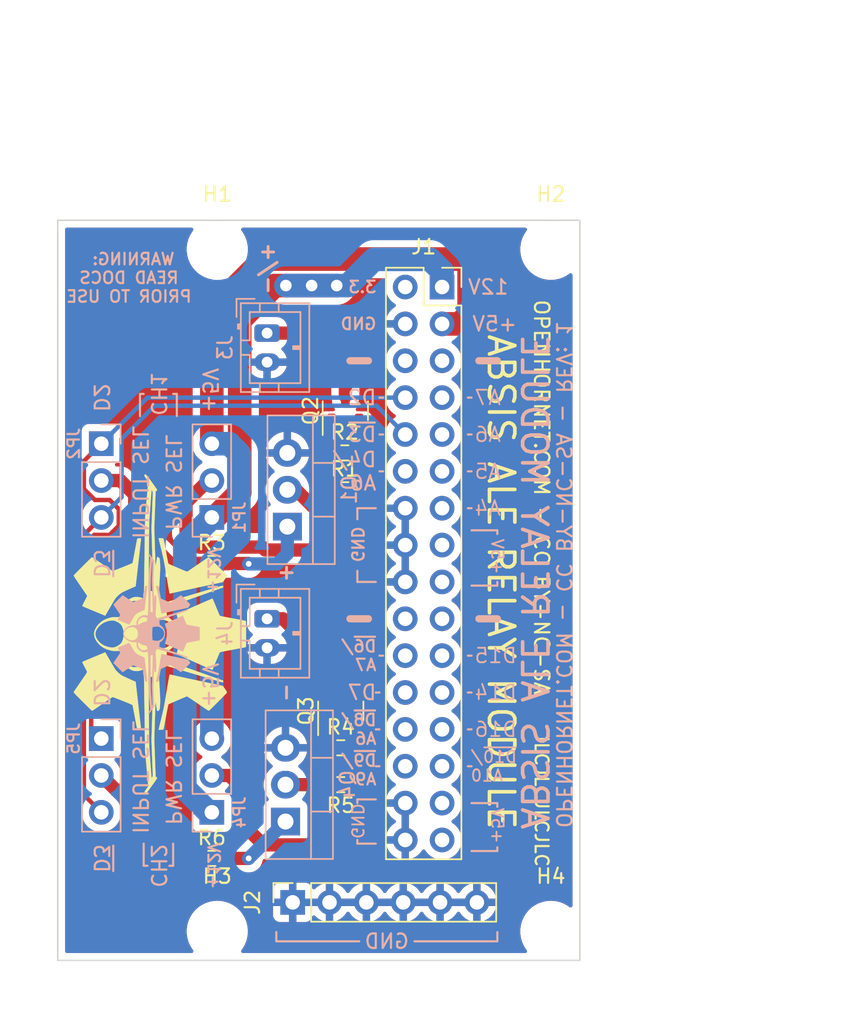
<source format=kicad_pcb>
(kicad_pcb (version 20211014) (generator pcbnew)
  (title_block (title "ABSIS ALE Relay Module") (date "2023-02-10") (rev "1") (company "www.openhornet.com") (comment 1 "License:  CC BY-NC-SA"))
  (layers (0 "F.Cu" mixed) (31 "B.Cu" mixed) (34 "B.Paste" user) (35 "F.Paste" user) (36 "B.SilkS" user "B.Silkscreen") (37 "F.SilkS" user "F.Silkscreen") (38 "B.Mask" user) (39 "F.Mask" user) (44 "Edge.Cuts" user))
  (net 0 "")
  (net 1 "GND")
  (net 2 "/A3")
  (net 3 "/A2")
  (net 4 "/A1")
  (net 5 "/A0")
  (net 6 "/+12V_SUPPLY")
  (net 7 "/+5V_SUPPLY")
  (net 8 "/+3.3V_SUPPLY")
  (net 9 "Net-(J1-Pad20)")
  (net 10 "Net-(J1-Pad19)")
  (net 11 "Net-(J1-Pad6)")
  (net 12 "Net-(J1-Pad5)")
  (net 13 "/CH1_OUT")
  (net 14 "/CH2_OUT")
  (net 15 "/CH1_V+")
  (net 16 "/CH2_V+")
  (net 17 "Net-(Q1-Pad2)")
  (net 18 "Net-(Q1-Pad1)")
  (net 19 "Net-(Q2-Pad1)")
  (net 20 "Net-(Q3-Pad1)")
  (net 21 "Net-(Q4-Pad2)")
  (net 22 "Net-(Q4-Pad1)")
  (net 23 "/CH1_CTRL")
  (net 24 "/CH2_CTRL")
  (net 25 "Net-(J1-Pad29)")
  (net 26 "Net-(J1-Pad15)")
  (net 27 "/~{D9_A9}")
  (net 28 "/~{D10_A10}")
  (net 29 "/~{D8_A6}")
  (net 30 "/D16")
  (net 31 "/D7")
  (net 32 "/D14")
  (net 33 "/~{D6_A7}")
  (net 34 "/D15")
  (net 35 "/D4_A6")
  (net 36 "/~{D3}")
  (net 37 "/D2")
  (net 38 "Net-(J1-Pad31)")
  (net 39 "Net-(J1-Pad17)")
  (footprint "OH_Footprints:PinSocket_1x06_P2.54mm_Vertical" (layer "F.Cu") (at 138.01 110.81 90)
    (fp_text reference "J2" (at 0 -2.77 -90) (layer "F.SilkS"))
    (fp_text value "GND")
    (pad "1" thru_hole rect locked (at 0 0 90) (size 1.7 1.7) (drill 1) (layers *.Cu *.Mask) (net 1 "GND"))
    (pad "2" thru_hole oval locked (at 0 2.54 90) (size 1.7 1.7) (drill 1) (layers *.Cu *.Mask) (net 1 "GND"))
    (pad "3" thru_hole oval locked (at 0 5.08 90) (size 1.7 1.7) (drill 1) (layers *.Cu *.Mask) (net 1 "GND"))
    (pad "4" thru_hole oval locked (at 0 7.62 90) (size 1.7 1.7) (drill 1) (layers *.Cu *.Mask) (net 1 "GND"))
    (pad "5" thru_hole oval locked (at 0 10.16 90) (size 1.7 1.7) (drill 1) (layers *.Cu *.Mask) (net 1 "GND"))
    (pad "6" thru_hole oval locked (at 0 12.7 90) (size 1.7 1.7) (drill 1) (layers *.Cu *.Mask) (net 1 "GND"))
  )
  (footprint "OH_Footprints:MountingHole_3.2mm_M3_DIN965" (layer "F.Cu") (at 155.81 65.81)
    (fp_text reference "H2" (at 0 -3.8) (layer "F.SilkS"))
    (fp_text value "MH")
    (pad "" np_thru_hole circle locked (at 0 0) (size 3.2 3.2) (drill 3.2) (layers *.Cu *.Mask))
  )
  (footprint "OH_Footprints:MountingHole_3.2mm_M3_DIN965" (layer "F.Cu") (at 132.81 112.81)
    (fp_text reference "H3" (at 0 -3.8) (layer "F.SilkS"))
    (fp_text value "MH")
    (pad "" np_thru_hole circle locked (at 0 0) (size 3.2 3.2) (drill 3.2) (layers *.Cu *.Mask))
  )
  (footprint "OH_Footprints:MountingHole_3.2mm_M3_DIN965" (layer "F.Cu") (at 155.81 112.81)
    (fp_text reference "H4" (at 0 -3.8) (layer "F.SilkS"))
    (fp_text value "MH")
    (pad "" np_thru_hole circle locked (at 0 0) (size 3.2 3.2) (drill 3.2) (layers *.Cu *.Mask))
  )
  (footprint "OH_Footprints:MountingHole_3.2mm_M3_DIN965" (layer "F.Cu") (at 132.81 65.81)
    (fp_text reference "H1" (at 0 -3.8) (layer "F.SilkS"))
    (fp_text value "MH")
    (pad "" np_thru_hole circle locked (at 0 0) (size 3.2 3.2) (drill 3.2) (layers *.Cu *.Mask))
  )
  (footprint "OH_Footprints:PinSocket_2x16_P2.54mm_Vertical" (layer "F.Cu") (at 148.31 68.41)
    (fp_text reference "J1" (at -1.27 -2.77) (layer "F.SilkS"))
    (fp_text value "THRU")
    (pad "1" thru_hole rect locked (at 0 0) (size 1.7 1.7) (drill 1) (layers *.Cu *.Mask) (net 6 "/+12V_SUPPLY"))
    (pad "2" thru_hole oval locked (at -2.54 0) (size 1.7 1.7) (drill 1) (layers *.Cu *.Mask) (net 8 "/+3.3V_SUPPLY"))
    (pad "3" thru_hole oval locked (at 0 2.54) (size 1.7 1.7) (drill 1) (layers *.Cu *.Mask) (net 7 "/+5V_SUPPLY"))
    (pad "4" thru_hole oval locked (at -2.54 2.54) (size 1.7 1.7) (drill 1) (layers *.Cu *.Mask) (net 1 "GND"))
    (pad "5" thru_hole oval locked (at 0 5.08) (size 1.7 1.7) (drill 1) (layers *.Cu *.Mask) (net 12 "Net-(J1-Pad5)"))
    (pad "6" thru_hole oval locked (at -2.54 5.08) (size 1.7 1.7) (drill 1) (layers *.Cu *.Mask) (net 11 "Net-(J1-Pad6)"))
    (pad "7" thru_hole oval locked (at 0 7.62) (size 1.7 1.7) (drill 1) (layers *.Cu *.Mask) (net 2 "/A3"))
    (pad "8" thru_hole oval locked (at -2.54 7.62) (size 1.7 1.7) (drill 1) (layers *.Cu *.Mask) (net 37 "/D2"))
    (pad "9" thru_hole oval locked (at 0 10.16) (size 1.7 1.7) (drill 1) (layers *.Cu *.Mask) (net 3 "/A2"))
    (pad "10" thru_hole oval locked (at -2.54 10.16) (size 1.7 1.7) (drill 1) (layers *.Cu *.Mask) (net 36 "/~{D3}"))
    (pad "11" thru_hole oval locked (at 0 12.7) (size 1.7 1.7) (drill 1) (layers *.Cu *.Mask) (net 4 "/A1"))
    (pad "12" thru_hole oval locked (at -2.54 12.7) (size 1.7 1.7) (drill 1) (layers *.Cu *.Mask) (net 35 "/D4_A6"))
    (pad "13" thru_hole oval locked (at 0 15.24) (size 1.7 1.7) (drill 1) (layers *.Cu *.Mask) (net 5 "/A0"))
    (pad "14" thru_hole oval locked (at -2.54 15.24) (size 1.7 1.7) (drill 1) (layers *.Cu *.Mask) (net 1 "GND"))
    (pad "15" thru_hole oval locked (at 0 17.78) (size 1.7 1.7) (drill 1) (layers *.Cu *.Mask) (net 26 "Net-(J1-Pad15)"))
    (pad "16" thru_hole oval locked (at -2.54 17.78) (size 1.7 1.7) (drill 1) (layers *.Cu *.Mask) (net 1 "GND"))
    (pad "17" thru_hole oval locked (at 0 20.32) (size 1.7 1.7) (drill 1) (layers *.Cu *.Mask) (net 39 "Net-(J1-Pad17)"))
    (pad "18" thru_hole oval locked (at -2.54 20.32) (size 1.7 1.7) (drill 1) (layers *.Cu *.Mask) (net 1 "GND"))
    (pad "19" thru_hole oval locked (at 0 22.86) (size 1.7 1.7) (drill 1) (layers *.Cu *.Mask) (net 10 "Net-(J1-Pad19)"))
    (pad "20" thru_hole oval locked (at -2.54 22.86) (size 1.7 1.7) (drill 1) (layers *.Cu *.Mask) (net 9 "Net-(J1-Pad20)"))
    (pad "21" thru_hole oval locked (at 0 25.4) (size 1.7 1.7) (drill 1) (layers *.Cu *.Mask) (net 34 "/D15"))
    (pad "22" thru_hole oval locked (at -2.54 25.4) (size 1.7 1.7) (drill 1) (layers *.Cu *.Mask) (net 33 "/~{D6_A7}"))
    (pad "23" thru_hole oval locked (at 0 27.94) (size 1.7 1.7) (drill 1) (layers *.Cu *.Mask) (net 32 "/D14"))
    (pad "24" thru_hole oval locked (at -2.54 27.94) (size 1.7 1.7) (drill 1) (layers *.Cu *.Mask) (net 31 "/D7"))
    (pad "25" thru_hole oval locked (at 0 30.48) (size 1.7 1.7) (drill 1) (layers *.Cu *.Mask) (net 30 "/D16"))
    (pad "26" thru_hole oval locked (at -2.54 30.48) (size 1.7 1.7) (drill 1) (layers *.Cu *.Mask) (net 29 "/~{D8_A6}"))
    (pad "27" thru_hole oval locked (at 0 33.02) (size 1.7 1.7) (drill 1) (layers *.Cu *.Mask) (net 28 "/~{D10_A10}"))
    (pad "28" thru_hole oval locked (at -2.54 33.02) (size 1.7 1.7) (drill 1) (layers *.Cu *.Mask) (net 27 "/~{D9_A9}"))
    (pad "29" thru_hole oval locked (at 0 35.56) (size 1.7 1.7) (drill 1) (layers *.Cu *.Mask) (net 25 "Net-(J1-Pad29)"))
    (pad "30" thru_hole oval locked (at -2.54 35.56) (size 1.7 1.7) (drill 1) (layers *.Cu *.Mask) (net 1 "GND"))
    (pad "31" thru_hole oval locked (at 0 38.1) (size 1.7 1.7) (drill 1) (layers *.Cu *.Mask) (net 38 "Net-(J1-Pad31)"))
    (pad "32" thru_hole oval locked (at -2.54 38.1) (size 1.7 1.7) (drill 1) (layers *.Cu *.Mask) (net 1 "GND"))
  )
  (footprint "OH_Footprints:SOT-23" (layer "F.Cu") (at 141.64 76.935 90)
    (fp_text reference "Q2" (at 0 -2.4 90) (layer "F.SilkS"))
    (fp_text value "IRLML6402TRPBF")
    (pad "1" smd roundrect (at -0.9375 -0.95 90) (size 1.475 0.6) (layers "F.Cu" "F.Paste" "F.Mask") (net 19 "Net-(Q2-Pad1)"))
    (pad "2" smd roundrect (at -0.9375 0.95 90) (size 1.475 0.6) (layers "F.Cu" "F.Paste" "F.Mask") (net 15 "/CH1_V+"))
    (pad "3" smd roundrect (at 0.9375 0 90) (size 1.475 0.6) (layers "F.Cu" "F.Paste" "F.Mask") (net 13 "/CH1_OUT"))
  )
  (footprint "OH_Footprints:SOT-23" (layer "F.Cu") (at 141.325 97.62 90)
    (fp_text reference "Q3" (at 0 -2.4 90) (layer "F.SilkS"))
    (fp_text value "IRLML6402TRPBF")
    (pad "1" smd roundrect (at -0.9375 -0.95 90) (size 1.475 0.6) (layers "F.Cu" "F.Paste" "F.Mask") (net 20 "Net-(Q3-Pad1)"))
    (pad "2" smd roundrect (at -0.9375 0.95 90) (size 1.475 0.6) (layers "F.Cu" "F.Paste" "F.Mask") (net 16 "/CH2_V+"))
    (pad "3" smd roundrect (at 0.9375 0 90) (size 1.475 0.6) (layers "F.Cu" "F.Paste" "F.Mask") (net 14 "/CH2_OUT"))
  )
  (footprint "OH_Footprints:R_0603_1608Metric_Pad0.98x0.95mm_HandSolder" (layer "F.Cu") (at 141.6025 82.38)
    (fp_text reference "R1" (at 0 -1.43) (layer "F.SilkS"))
    (fp_text value "10K")
    (pad "1" smd roundrect (at -0.9125 0) (size 0.975 0.95) (layers "F.Cu" "F.Paste" "F.Mask") (net 19 "Net-(Q2-Pad1)"))
    (pad "2" smd roundrect (at 0.9125 0) (size 0.975 0.95) (layers "F.Cu" "F.Paste" "F.Mask") (net 17 "Net-(Q1-Pad2)"))
  )
  (footprint "OH_Footprints:R_0603_1608Metric_Pad0.98x0.95mm_HandSolder" (layer "F.Cu") (at 141.6025 79.84)
    (fp_text reference "R2" (at 0 -1.43) (layer "F.SilkS"))
    (fp_text value "10K")
    (pad "1" smd roundrect (at -0.9125 0) (size 0.975 0.95) (layers "F.Cu" "F.Paste" "F.Mask") (net 19 "Net-(Q2-Pad1)"))
    (pad "2" smd roundrect (at 0.9125 0) (size 0.975 0.95) (layers "F.Cu" "F.Paste" "F.Mask") (net 15 "/CH1_V+"))
  )
  (footprint "OH_Footprints:R_0603_1608Metric_Pad0.98x0.95mm_HandSolder" (layer "F.Cu") (at 132.435 87.46)
    (fp_text reference "R3" (at 0 -1.43) (layer "F.SilkS"))
    (fp_text value "10K")
    (pad "1" smd roundrect (at -0.9125 0) (size 0.975 0.95) (layers "F.Cu" "F.Paste" "F.Mask") (net 23 "/CH1_CTRL"))
    (pad "2" smd roundrect (at 0.9125 0) (size 0.975 0.95) (layers "F.Cu" "F.Paste" "F.Mask") (net 18 "Net-(Q1-Pad1)"))
  )
  (footprint "OH_Footprints:R_0603_1608Metric_Pad0.98x0.95mm_HandSolder" (layer "F.Cu") (at 141.325 102.7 180)
    (fp_text reference "R5" (at 0 -1.43 180) (layer "F.SilkS"))
    (fp_text value "10K")
    (pad "1" smd roundrect (at -0.9125 0 180) (size 0.975 0.95) (layers "F.Cu" "F.Paste" "F.Mask") (net 20 "Net-(Q3-Pad1)"))
    (pad "2" smd roundrect (at 0.9125 0 180) (size 0.975 0.95) (layers "F.Cu" "F.Paste" "F.Mask") (net 21 "Net-(Q4-Pad2)"))
  )
  (footprint "OH_Footprints:R_0603_1608Metric_Pad0.98x0.95mm_HandSolder" (layer "F.Cu") (at 141.325 100.16)
    (fp_text reference "R4" (at 0 -1.43) (layer "F.SilkS"))
    (fp_text value "10K")
    (pad "1" smd roundrect (at -0.9125 0) (size 0.975 0.95) (layers "F.Cu" "F.Paste" "F.Mask") (net 20 "Net-(Q3-Pad1)"))
    (pad "2" smd roundrect (at 0.9125 0) (size 0.975 0.95) (layers "F.Cu" "F.Paste" "F.Mask") (net 16 "/CH2_V+"))
  )
  (footprint "OH_Footprints:R_0603_1608Metric_Pad0.98x0.95mm_HandSolder" (layer "F.Cu") (at 132.435 107.78)
    (fp_text reference "R6" (at 0 -1.43) (layer "F.SilkS"))
    (fp_text value "10K")
    (pad "1" smd roundrect (at -0.9125 0) (size 0.975 0.95) (layers "F.Cu" "F.Paste" "F.Mask") (net 24 "/CH2_CTRL"))
    (pad "2" smd roundrect (at 0.9125 0) (size 0.975 0.95) (layers "F.Cu" "F.Paste" "F.Mask") (net 22 "Net-(Q4-Pad1)"))
  )
  (footprint "OH_Footprints:OH_LOGO_ONLY_22mm_12mm" (layer "F.Cu") (at 128.752 92.286 -90)
    (fp_text reference "LOGO1" hide)
    (fp_text value "OpenHornetLogoSmall" hide)
  )
  (footprint "OH_Footprints:JST_PH_B2B-PH-K_1x02_P2.00mm_Vertical" (layer "B.Cu") (at 136.245 71.585 -90)
    (fp_text reference "J3" (at 1 2.9 90) (layer "B.SilkS") (effects (justify mirror)))
    (fp_text value "CH1 OUT")
    (pad "1" thru_hole roundrect (at 0 0 270) (size 1.2 1.75) (drill 0.75) (layers *.Cu *.Mask) (roundrect_rratio 0.208333) (net 13 "/CH1_OUT"))
    (pad "2" thru_hole oval (at 2 0 270) (size 1.2 1.75) (drill 0.75) (layers *.Cu *.Mask) (net 1 "GND"))
  )
  (footprint "OH_Footprints:JST_PH_B2B-PH-K_1x02_P2.00mm_Vertical" (layer "B.Cu") (at 136.245 91.27 -90)
    (fp_text reference "J4" (at 1 2.9 90) (layer "B.SilkS") (effects (justify mirror)))
    (fp_text value "CH2 OUT")
    (pad "1" thru_hole roundrect (at 0 0 270) (size 1.2 1.75) (drill 0.75) (layers *.Cu *.Mask) (roundrect_rratio 0.208333) (net 14 "/CH2_OUT"))
    (pad "2" thru_hole oval (at 2 0 270) (size 1.2 1.75) (drill 0.75) (layers *.Cu *.Mask) (net 1 "GND"))
  )
  (footprint "OH_Footprints:TO-220-3_Vertical" (layer "B.Cu") (at 137.642 84.92 90)
    (fp_text reference "Q1" (at 2.54 4.27 270) (layer "B.SilkS") (effects (justify mirror)))
    (fp_text value "IRFB3206PBF")
    (pad "1" thru_hole rect (at 0 0 90) (size 1.905 2) (drill 1.1) (layers *.Cu *.Mask) (net 18 "Net-(Q1-Pad1)"))
    (pad "2" thru_hole oval (at 2.54 0 90) (size 1.905 2) (drill 1.1) (layers *.Cu *.Mask) (net 17 "Net-(Q1-Pad2)"))
    (pad "3" thru_hole oval (at 5.08 0 90) (size 1.905 2) (drill 1.1) (layers *.Cu *.Mask) (net 1 "GND"))
  )
  (footprint "OH_Footprints:TO-220-3_Vertical" (layer "B.Cu") (at 137.515 105.24 90)
    (fp_text reference "Q4" (at 2.54 4.27 270) (layer "B.SilkS") (effects (justify mirror)))
    (fp_text value "IRFB3206PBF")
    (pad "1" thru_hole rect (at 0 0 90) (size 1.905 2) (drill 1.1) (layers *.Cu *.Mask) (net 22 "Net-(Q4-Pad1)"))
    (pad "2" thru_hole oval (at 2.54 0 90) (size 1.905 2) (drill 1.1) (layers *.Cu *.Mask) (net 21 "Net-(Q4-Pad2)"))
    (pad "3" thru_hole oval (at 5.08 0 90) (size 1.905 2) (drill 1.1) (layers *.Cu *.Mask) (net 1 "GND"))
  )
  (footprint "OH_Footprints:PinHeader_1x03_P2.54mm_Vertical" (layer "B.Cu") (at 132.435 84.285)
    (fp_text reference "JP1" (at 1.905 0 270) (layer "B.SilkS") (effects (font (size 0.8 0.8)) (justify mirror)))
    (fp_text value "CH1 PWR SEL")
    (pad "1" thru_hole rect (at 0 0) (size 1.7 1.7) (drill 1) (layers *.Cu *.Mask) (net 6 "/+12V_SUPPLY"))
    (pad "2" thru_hole oval (at 0 -2.54) (size 1.7 1.7) (drill 1) (layers *.Cu *.Mask) (net 15 "/CH1_V+"))
    (pad "3" thru_hole oval (at 0 -5.08) (size 1.7 1.7) (drill 1) (layers *.Cu *.Mask) (net 7 "/+5V_SUPPLY"))
  )
  (footprint "OH_Footprints:PinHeader_1x03_P2.54mm_Vertical" (layer "B.Cu") (at 124.815 79.205 180)
    (fp_text reference "JP2" (at 1.905 0 90) (layer "B.SilkS") (effects (font (size 0.8 0.8)) (justify mirror)))
    (fp_text value "CH1 SEL A")
    (pad "1" thru_hole rect (at 0 0 180) (size 1.7 1.7) (drill 1) (layers *.Cu *.Mask) (net 37 "/D2"))
    (pad "2" thru_hole oval (at 0 -2.54 180) (size 1.7 1.7) (drill 1) (layers *.Cu *.Mask) (net 23 "/CH1_CTRL"))
    (pad "3" thru_hole oval (at 0 -5.08 180) (size 1.7 1.7) (drill 1) (layers *.Cu *.Mask) (net 36 "/~{D3}"))
  )
  (footprint "OH_Footprints:PinHeader_1x03_P2.54mm_Vertical" (layer "B.Cu") (at 124.815 99.525 180)
    (fp_text reference "JP5" (at 1.905 0 90) (layer "B.SilkS") (effects (font (size 0.8 0.8)) (justify mirror)))
    (fp_text value "CH2 SEL A")
    (pad "1" thru_hole rect (at 0 0 180) (size 1.7 1.7) (drill 1) (layers *.Cu *.Mask) (net 37 "/D2"))
    (pad "2" thru_hole oval (at 0 -2.54 180) (size 1.7 1.7) (drill 1) (layers *.Cu *.Mask) (net 24 "/CH2_CTRL"))
    (pad "3" thru_hole oval (at 0 -5.08 180) (size 1.7 1.7) (drill 1) (layers *.Cu *.Mask) (net 36 "/~{D3}"))
  )
  (footprint "OH_Footprints:PinHeader_1x03_P2.54mm_Vertical" (layer "B.Cu") (at 132.435 104.605)
    (fp_text reference "JP4" (at 1.905 0 270) (layer "B.SilkS") (effects (font (size 0.8 0.8)) (justify mirror)))
    (fp_text value "CH2 PWR SEL")
    (pad "1" thru_hole rect (at 0 0) (size 1.7 1.7) (drill 1) (layers *.Cu *.Mask) (net 6 "/+12V_SUPPLY"))
    (pad "2" thru_hole oval (at 0 -2.54) (size 1.7 1.7) (drill 1) (layers *.Cu *.Mask) (net 16 "/CH2_V+"))
    (pad "3" thru_hole oval (at 0 -5.08) (size 1.7 1.7) (drill 1) (layers *.Cu *.Mask) (net 7 "/+5V_SUPPLY"))
  )
  (footprint "OH_Footprints:OH_LOGO_ONLY_11x6mm" (layer "B.Cu") (at 128.498 92.286 90)
    (fp_text reference "LOGO1" hide)
    (fp_text value "OpenHornetLogoSmall" hide)
  )
  (gr_line (start 141.96 91.27) (end 143.23 91.27) (layer "B.SilkS") (width 0.5))
  (gr_line (start 141.96 73.49) (end 143.23 73.49) (layer "B.SilkS") (width 0.5))
  (gr_line (start 150.85 73.49) (end 152.12 73.49) (layer "B.SilkS") (width 0.5))
  (gr_line (start 143.992 76.03) (end 144.246 76.03) (layer "B.SilkS") (width 0.15))
  (gr_line (start 143.992 96.35) (end 143.738 96.35) (layer "B.SilkS") (width 0.15))
  (gr_line (start 142.468 87.968) (end 142.468 88.73) (layer "B.SilkS") (width 0.15))
  (gr_line (start 150.342 101.43) (end 150.088 101.43) (layer "B.SilkS") (width 0.15))
  (gr_line (start 152.12 113.495) (end 152.12 112.86) (layer "B.SilkS") (width 0.15))
  (gr_line (start 146.405 113.495) (end 152.12 113.495) (layer "B.SilkS") (width 0.15))
  (gr_line (start 142.468 103.716) (end 143.738 103.716) (layer "B.SilkS") (width 0.15))
  (gr_line (start 150.342 83.65) (end 150.088 83.65) (layer "B.SilkS") (width 0.15))
  (gr_line (start 129.768 75.776) (end 130.022 75.776) (layer "B.SilkS") (width 0.15))
  (gr_line (start 152.12 88.73) (end 152.12 88.984) (layer "B.SilkS") (width 0.15))
  (gr_line (start 142.468 103.97) (end 142.468 103.716) (layer "B.SilkS") (width 0.15))
  (gr_line (start 150.342 81.11) (end 150.088 81.11) (layer "B.SilkS") (width 0.15))
  (gr_line (start 143.992 98.89) (end 143.738 98.89) (layer "B.SilkS") (width 0.15))
  (gr_line (start 152.12 103.97) (end 150.342 103.97) (layer "B.SilkS") (width 0.15))
  (gr_line (start 127.482 75.776) (end 127.482 77.3) (layer "B.SilkS") (width 0.15))
  (gr_line (start 143.992 93.81) (end 144.246 93.81) (layer "B.SilkS") (width 0.15))
  (gr_line (start 127.99 108.288) (end 127.736 108.288) (layer "B.SilkS") (width 0.15))
  (gr_line (start 150.342 96.35) (end 150.088 96.35) (layer "B.SilkS") (width 0.15))
  (gr_line (start 150.85 91.27) (end 152.12 91.27) (layer "B.SilkS") (width 0.5))
  (gr_line (start 129.768 108.288) (end 129.768 106.764) (layer "B.SilkS") (width 0.15))
  (gr_line (start 129.514 108.288) (end 129.768 108.288) (layer "B.SilkS") (width 0.15))
  (gr_line (start 142.468 84.412) (end 142.468 83.65) (layer "B.SilkS") (width 0.15))
  (gr_line (start 152.12 88.984) (end 150.342 88.984) (layer "B.SilkS") (width 0.15))
  (gr_line (start 130.022 75.776) (end 130.022 77.3) (layer "B.SilkS") (width 0.15))
  (gr_line (start 152.12 85.428) (end 152.12 85.174) (layer "B.SilkS") (width 0.15))
  (gr_line (start 150.342 78.57) (end 150.088 78.57) (layer "B.SilkS") (width 0.15))
  (gr_line (start 136.88 113.495) (end 136.88 112.86) (layer "B.SilkS") (width 0.15))
  (gr_line (start 127.736 75.776) (end 127.482 75.776) (layer "B.SilkS") (width 0.15))
  (gr_line (start 142.595 113.495) (end 136.88 113.495) (layer "B.SilkS") (width 0.15))
  (gr_line (start 142.468 106.51) (end 142.468 106.764) (layer "B.SilkS") (width 0.15))
  (gr_line (start 152.12 107.272) (end 150.342 107.272) (layer "B.SilkS") (width 0.15))
  (gr_line (start 152.12 85.174) (end 150.342 85.174) (layer "B.SilkS") (width 0.15))
  (gr_line (start 144.246 81.11) (end 143.992 81.11) (layer "B.SilkS") (width 0.15))
  (gr_line (start 152.12 107.018) (end 152.12 107.272) (layer "B.SilkS") (width 0.15))
  (gr_line (start 142.468 88.73) (end 143.738 88.73) (layer "B.SilkS") (width 0.15))
  (gr_line (start 142.468 106.764) (end 143.738 106.764) (layer "B.SilkS") (width 0.15))
  (gr_line (start 150.342 93.81) (end 150.088 93.81) (layer "B.SilkS") (width 0.15))
  (gr_line (start 127.736 108.288) (end 127.736 106.764) (layer "B.SilkS") (width 0.15))
  (gr_line (start 143.738 101.43) (end 143.992 101.43) (layer "B.SilkS") (width 0.15))
  (gr_line (start 150.342 76.03) (end 150.088 76.03) (layer "B.SilkS") (width 0.15))
  (gr_line (start 142.468 83.65) (end 143.738 83.65) (layer "B.SilkS") (width 0.15))
  (gr_line (start 143.992 78.57) (end 144.246 78.57) (layer "B.SilkS") (width 0.15))
  (gr_line (start 152.12 104.224) (end 152.12 103.97) (layer "B.SilkS") (width 0.15))
  (gr_line (start 150.342 98.89) (end 150.088 98.89) (layer "B.SilkS") (width 0.15))
  (gr_line (start 157.81 114.81) (end 157.81 63.81) (layer "Edge.Cuts") (width 0.1))
  (gr_line (start 121.81 114.81) (end 157.81 114.81) (layer "Edge.Cuts") (width 0.1))
  (gr_line (start 157.81 63.81) (end 121.81 63.81) (layer "Edge.Cuts") (width 0.1))
  (gr_line (start 121.81 63.81) (end 121.81 114.81) (layer "Edge.Cuts") (width 0.1))
  (gr_text "D15" (at 150.469 93.81) (layer "B.SilkS") (effects (font (size 1 1) (thickness 0.125)) (justify right mirror)))
  (gr_text "A7" (at 150.469 76.03) (layer "B.SilkS") (effects (font (size 1 1) (thickness 0.125)) (justify right mirror)))
  (gr_text "D14" (at 150.469 96.35) (layer "B.SilkS") (effects (font (size 1 1) (thickness 0.125)) (justify right mirror)))
  (gr_text "A6" (at 150.469 78.57) (layer "B.SilkS") (effects (font (size 1 1) (thickness 0.125)) (justify right mirror)))
  (gr_text "D16" (at 150.469 98.89) (layer "B.SilkS") (effects (font (size 1 1) (thickness 0.125)) (justify right mirror)))
  (gr_text "A5" (at 150.469 81.11) (layer "B.SilkS") (effects (font (size 1 1) (thickness 0.125)) (justify right mirror)))
  (gr_text "~{D10}/\nA10" (at 150.215 101.43) (layer "B.SilkS") (effects (font (size 0.8 0.8) (thickness 0.125)) (justify right mirror)))
  (gr_text "A4" (at 150.469 83.65) (layer "B.SilkS") (effects (font (size 1 1) (thickness 0.125)) (justify right mirror)))
  (gr_text "D2" (at 143.865 76.03) (layer "B.SilkS") (effects (font (size 1 1)) (justify left mirror)))
  (gr_text "D7" (at 143.865 96.35) (layer "B.SilkS") (effects (font (size 1 1)) (justify left mirror)))
  (gr_text "~{D3}" (at 143.865 78.57) (layer "B.SilkS") (effects (font (size 1 1)) (justify left mirror)))
  (gr_text "~{D8}/\nA6" (at 143.865 98.89) (layer "B.SilkS") (effects (font (size 0.8 0.8)) (justify left mirror)))
  (gr_text "D4/\nA6" (at 143.865 81.11) (layer "B.SilkS") (effects (font (size 1 1)) (justify left mirror)))
  (gr_text "~{D9}/\nA9" (at 143.865 101.684) (layer "B.SilkS") (effects (font (size 0.8 0.8)) (justify left mirror)))
  (gr_text "GND" (at 142.468 87.46 -90) (layer "B.SilkS") (effects (font (size 0.8 0.8)) (justify left mirror)))
  (gr_text "GND" (at 143.865 70.95) (layer "B.SilkS") (effects (font (size 0.8 0.8)) (justify left mirror)))
  (gr_text "3.3" (at 143.865 68.41) (layer "B.SilkS") (effects (font (size 0.8 0.8)) (justify left mirror)))
  (gr_text "ABSIS ALE RELAY MODULE" (at 154.66 88.73 -90) (layer "B.SilkS") (effects (font (size 1.75 1.75) (thickness 0.25)) (justify mirror)))
  (gr_text "+5V" (at 150.31 70.95) (layer "B.SilkS") (effects (font (size 1 1)) (justify right mirror)))
  (gr_text "+5V" (at 152.12 104.224 -90) (layer "B.SilkS") (effects (font (size 0.8 0.8) (thickness 0.125)) (justify right mirror)))
  (gr_text "GND" (at 142.468 106.51 270) (layer "B.SilkS") (effects (font (size 0.8 0.8) (thickness 0.125)) (justify left mirror)))
  (gr_text "~{D3}" (at 124.815 107.78 270) (layer "B.SilkS") (effects (font (size 1 1)) (justify mirror)))
  (gr_text "+5V" (at 132.308 95.842 270) (layer "B.SilkS") (effects (font (size 1 1)) (justify mirror)))
  (gr_text "+12V" (at 132.562 108.288 270) (layer "B.SilkS") (effects (font (size 0.8 0.8)) (justify mirror)))
  (gr_text "+" (at 137.515 88.095 90) (layer "B.SilkS") (effects (font (size 1 1) (thickness 0.2)) (justify mirror)))
  (gr_text "-" (at 137.515 96.35 90) (layer "B.SilkS") (effects (font (size 1 1) (thickness 0.2)) (justify mirror)))
  (gr_text "+12V" (at 132.562 87.968 270) (layer "B.SilkS") (effects (font (size 0.8 0.8)) (justify mirror)))
  (gr_text "+5V" (at 132.308 75.522 270) (layer "B.SilkS") (effects (font (size 1 1)) (justify mirror)))
  (gr_text "PWR SEL" (at 129.768 81.872 -90) (layer "B.SilkS") (effects (font (size 1 1)) (justify mirror)))
  (gr_text "D2" (at 124.815 76.03 270) (layer "B.SilkS") (effects (font (size 1 1)) (justify mirror)))
  (gr_text "~{D3}" (at 124.815 87.46 270) (layer "B.SilkS") (effects (font (size 1 1)) (justify mirror)))
  (gr_text "INPUT SEL" (at 127.482 81.872 -90) (layer "B.SilkS") (effects (font (size 1 1)) (justify mirror)))
  (gr_text "CH1" (at 128.752 75.776 270) (layer "B.SilkS") (effects (font (size 1 1)) (justify mirror)))
  (gr_text "CH2" (at 128.752 108.288 270) (layer "B.SilkS") (effects (font (size 1 1)) (justify mirror)))
  (gr_text "PWR SEL" (at 129.768 102.192 -90) (layer "B.SilkS") (effects (font (size 1 1)) (justify mirror)))
  (gr_text "12V" (at 151.485 68.41) (layer "B.SilkS") (effects (font (size 1 1)) (justify mirror)))
  (gr_text "OPENHORNET.COM - CC BY-NC-SA - REV: 1" (at 156.692 88.222 -90) (layer "B.SilkS") (effects (font (size 1 1)) (justify mirror)))
  (gr_text "+5V" (at 152.12 85.682 270) (layer "B.SilkS") (effects (font (size 0.8 0.8) (thickness 0.125)) (justify right mirror)))
  (gr_text "~{D6}/\nA7" (at 143.865 93.81) (layer "B.SilkS") (effects (font (size 0.8 0.8)) (justify left mirror)))
  (gr_text "+/-" (at 136.245 67.14 90) (layer "B.SilkS") (effects (font (size 1 1) (thickness 0.2)) (justify mirror)))
  (gr_text "INPUT SEL" (at 127.482 102.192 -90) (layer "B.SilkS") (effects (font (size 1 1)) (justify mirror)))
  (gr_text "WARNING: \nREAD DOCS\nPRIOR TO USE" (at 126.72 67.775) (layer "B.SilkS") (effects (font (size 0.8 0.8)) (justify mirror)))
  (gr_text "GND" (at 144.5 113.495) (layer "B.SilkS") (effects (font (size 1 1)) (justify mirror)))
  (gr_text "D2" (at 124.815 96.35 270) (layer "B.SilkS") (effects (font (size 1 1)) (justify mirror)))
  (gr_text "OPENHORNET.COM - CC BY-NC-SA" (at 155.168 82.888 270) (layer "F.SilkS") (effects (font (size 1 1))))
  (gr_text "ABSIS ALE RELAY MODULE" (at 152.374 88.73 -90) (layer "F.SilkS") (effects (font (size 1.75 1.75) (thickness 0.25))))
  (gr_text "JLCJLCJLCJLC" (at 155.168 103.716 270) (layer "F.SilkS") (effects (font (size 0.9 0.9))))
  (segment (start 141.0456 68.3084) (end 141.0456 68.3084) (width 1.6256) (layer "F.Cu") (net 6))
  (segment (start 139.3184 68.3084) (end 141.0456 68.3084) (width 1.6256) (layer "F.Cu") (net 6))
  (segment (start 137.5404 68.3084) (end 139.3184 68.3084) (width 1.6256) (layer "F.Cu") (net 6))
  (segment (start 136.760714 68.3084) (end 137.5404 68.3084) (width 1.6256) (layer "F.Cu") (net 6))
  (segment (start 134.35719 82.579756) (end 134.35719 70.711924) (width 1.6256) (layer "F.Cu") (net 6))
  (segment (start 132.651946 84.285) (end 134.35719 82.579756) (width 1.6256) (layer "F.Cu") (net 6))
  (segment (start 134.35719 70.711924) (end 136.760714 68.3084) (width 1.6256) (layer "F.Cu") (net 6))
  (segment (start 132.435 84.285) (end 132.651946 84.285) (width 1.6256) (layer "F.Cu") (net 6))
  (via (at 137.5404 68.3084) (size 1.5) (drill 0.8) (layers "F.Cu" "B.Cu") (net 6))
  (via (at 139.3184 68.3084) (size 1.5) (drill 0.8) (layers "F.Cu" "B.Cu") (net 6))
  (via (at 141.0456 68.3084) (size 1.5) (drill 0.8) (layers "F.Cu" "B.Cu") (net 6))
  (segment (start 130.572199 86.147801) (end 130.572199 102.959145) (width 1.6256) (layer "B.Cu") (net 6))
  (segment (start 132.435 84.285) (end 130.572199 86.147801) (width 1.6256) (layer "B.Cu") (net 6))
  (segment (start 141.8076 68.3084) (end 143.611 66.505) (width 1.6256) (layer "B.Cu") (net 6))
  (segment (start 137.5404 68.3084) (end 141.8076 68.3084) (width 1.6256) (layer "B.Cu") (net 6))
  (segment (start 147.4972 66.505) (end 148.31 67.3178) (width 1.6256) (layer "B.Cu") (net 6))
  (segment (start 143.611 66.505) (end 147.4972 66.505) (width 1.6256) (layer "B.Cu") (net 6))
  (segment (start 148.31 67.3178) (end 148.31 68.41) (width 1.6256) (layer "B.Cu") (net 6))
  (segment (start 132.218054 104.605) (end 132.435 104.605) (width 1.6256) (layer "B.Cu") (net 6))
  (segment (start 130.572199 102.959145) (end 132.218054 104.605) (width 1.6256) (layer "B.Cu") (net 6))
  (segment (start 136.004522 66.482789) (end 149.905831 66.482789) (width 1.6256) (layer "F.Cu") (net 7))
  (segment (start 132.435 70.052311) (end 136.004522 66.482789) (width 1.6256) (layer "F.Cu") (net 7))
  (segment (start 149.905831 66.482789) (end 150.172801 66.749759) (width 1.6256) (layer "F.Cu") (net 7))
  (segment (start 150.172801 66.749759) (end 150.172801 70.28928) (width 1.6256) (layer "F.Cu") (net 7))
  (segment (start 150.172801 70.28928) (end 149.512081 70.95) (width 1.6256) (layer "F.Cu") (net 7))
  (segment (start 149.512081 70.95) (end 148.31 70.95) (width 1.6256) (layer "F.Cu") (net 7))
  (segment (start 132.435 79.205) (end 132.435 70.052311) (width 1.6256) (layer "F.Cu") (net 7))
  (segment (start 134.297801 85.571799) (end 132.435 87.4346) (width 1.6256) (layer "B.Cu") (net 7))
  (segment (start 134.297801 79.86572) (end 134.297801 85.571799) (width 1.6256) (layer "B.Cu") (net 7))
  (segment (start 132.435 87.4346) (end 132.435 99.525) (width 1.6256) (layer "B.Cu") (net 7))
  (segment (start 133.637081 79.205) (end 134.297801 79.86572) (width 1.6256) (layer "B.Cu") (net 7))
  (segment (start 132.435 79.205) (end 133.637081 79.205) (width 1.6256) (layer "B.Cu") (net 7))
  (segment (start 141.64 75.935) (end 141.64 74.44) (width 0.9144) (layer "F.Cu") (net 13))
  (segment (start 138.785 71.585) (end 136.245 71.585) (width 0.9144) (layer "F.Cu") (net 13))
  (segment (start 141.64 74.44) (end 138.785 71.585) (width 0.9144) (layer "F.Cu") (net 13))
  (segment (start 141.325 95.2556) (end 137.3394 91.27) (width 0.9144) (layer "F.Cu") (net 14))
  (segment (start 137.3394 91.27) (end 136.245 91.27) (width 0.9144) (layer "F.Cu") (net 14))
  (segment (start 141.325 96.62) (end 141.325 95.2556) (width 0.9144) (layer "F.Cu") (net 14))
  (segment (start 142.59 77.935) (end 142.59 79.765) (width 0.9144) (layer "F.Cu") (net 15))
  (segment (start 132.181 81.745) (end 130.657 83.269) (width 0.9144) (layer "F.Cu") (net 15))
  (segment (start 130.657 83.269) (end 130.657 85.389962) (width 0.9144) (layer "F.Cu") (net 15))
  (segment (start 132.435 81.745) (end 132.181 81.745) (width 0.9144) (layer "F.Cu") (net 15))
  (segment (start 142.59 79.765) (end 142.515 79.84) (width 0.9144) (layer "F.Cu") (net 15))
  (segment (start 130.657 85.389962) (end 131.594828 86.32779) (width 0.9144) (layer "F.Cu") (net 15))
  (segment (start 142.515 79.84) (end 143.65971 80.98471) (width 0.9144) (layer "F.Cu") (net 15))
  (segment (start 140.118113 86.529701) (end 136.116239 86.529701) (width 0.9144) (layer "F.Cu") (net 15))
  (segment (start 143.65971 80.98471) (end 143.65971 82.988104) (width 0.9144) (layer "F.Cu") (net 15))
  (segment (start 131.594828 86.32779) (end 135.914328 86.32779) (width 0.9144) (layer "F.Cu") (net 15))
  (segment (start 143.65971 82.988104) (end 140.118113 86.529701) (width 0.9144) (layer "F.Cu") (net 15))
  (segment (start 135.914328 86.32779) (end 136.116239 86.529701) (width 0.9144) (layer "F.Cu") (net 15))
  (segment (start 142.2375 98.6575) (end 142.275 98.62) (width 0.9144) (layer "F.Cu") (net 16))
  (segment (start 135.989239 106.849701) (end 134.975 105.835462) (width 0.9144) (layer "F.Cu") (net 16))
  (segment (start 139.840613 106.849701) (end 135.989239 106.849701) (width 0.9144) (layer "F.Cu") (net 16))
  (segment (start 143.38221 101.30471) (end 143.38221 103.308104) (width 0.9144) (layer "F.Cu") (net 16))
  (segment (start 133.637081 102.065) (end 132.435 102.065) (width 0.9144) (layer "F.Cu") (net 16))
  (segment (start 143.38221 103.308104) (end 139.840613 106.849701) (width 0.9144) (layer "F.Cu") (net 16))
  (segment (start 142.2375 100.16) (end 142.2375 98.6575) (width 0.9144) (layer "F.Cu") (net 16))
  (segment (start 142.2375 100.16) (end 143.38221 101.30471) (width 0.9144) (layer "F.Cu") (net 16))
  (segment (start 134.975 105.835462) (end 134.975 103.402919) (width 0.9144) (layer "F.Cu") (net 16))
  (segment (start 134.975 103.402919) (end 133.637081 102.065) (width 0.9144) (layer "F.Cu") (net 16))
  (segment (start 142.515 82.38) (end 141.38279 83.51221) (width 0.9144) (layer "F.Cu") (net 17))
  (segment (start 141.38279 83.51221) (end 139.369672 83.51221) (width 0.9144) (layer "F.Cu") (net 17))
  (segment (start 138.237462 82.38) (end 137.642 82.38) (width 0.9144) (layer "F.Cu") (net 17))
  (segment (start 139.369672 83.51221) (end 138.237462 82.38) (width 0.9144) (layer "F.Cu") (net 17))
  (segment (start 134.948089 87.46) (end 134.975 87.486911) (width 0.9144) (layer "F.Cu") (net 18))
  (segment (start 133.3475 87.46) (end 134.948089 87.46) (width 0.9144) (layer "F.Cu") (net 18))
  (via (at 134.975 87.486911) (size 0.6) (drill 0.4) (layers "F.Cu" "B.Cu") (net 18))
  (segment (start 137.642 84.92) (end 137.642 86.7869) (width 0.9144) (layer "B.Cu") (net 18))
  (segment (start 137.642 86.7869) (end 136.941989 87.486911) (width 0.9144) (layer "B.Cu") (net 18))
  (segment (start 136.941989 87.486911) (end 134.975 87.486911) (width 0.9144) (layer "B.Cu") (net 18))
  (segment (start 140.69 79.84) (end 140.69 82.38) (width 0.9144) (layer "F.Cu") (net 19))
  (segment (start 140.69 77.935) (end 140.69 79.84) (width 0.9144) (layer "F.Cu") (net 19))
  (segment (start 140.4125 98.6575) (end 140.375 98.62) (width 0.9144) (layer "F.Cu") (net 20))
  (segment (start 142.2375 102.7) (end 142.2375 101.985) (width 0.9144) (layer "F.Cu") (net 20))
  (segment (start 142.2375 101.985) (end 140.4125 100.16) (width 0.9144) (layer "F.Cu") (net 20))
  (segment (start 140.4125 100.16) (end 140.4125 98.6575) (width 0.9144) (layer "F.Cu") (net 20))
  (segment (start 137.515 102.7) (end 140.4125 102.7) (width 0.9144) (layer "F.Cu") (net 21))
  (segment (start 134.975 107.78) (end 133.3475 107.78) (width 0.9144) (layer "F.Cu") (net 22))
  (via (at 134.975 107.78) (size 0.6) (drill 0.4) (layers "F.Cu" "B.Cu") (net 22))
  (segment (start 134.975 107.78) (end 137.515 105.24) (width 0.9144) (layer "B.Cu") (net 22))
  (segment (start 126.1358 81.745) (end 124.815 81.745) (width 0.9144) (layer "F.Cu") (net 23))
  (segment (start 131.5225 87.46) (end 129.569342 87.46) (width 0.9144) (layer "F.Cu") (net 23))
  (segment (start 127.117799 85.008457) (end 127.117799 82.726999) (width 0.9144) (layer "F.Cu") (net 23))
  (segment (start 129.569342 87.46) (end 127.117799 85.008457) (width 0.9144) (layer "F.Cu") (net 23))
  (segment (start 127.117799 82.726999) (end 126.1358 81.745) (width 0.9144) (layer "F.Cu") (net 23))
  (segment (start 124.815 102.065) (end 130.4792 107.7292) (width 0.9144) (layer "F.Cu") (net 24))
  (segment (start 130.4792 107.7292) (end 131.4717 107.7292) (width 0.9144) (layer "F.Cu") (net 24))
  (segment (start 131.4717 107.7292) (end 131.5225 107.78) (width 0.9144) (layer "F.Cu") (net 24))
  (segment (start 124.815 84.285) (end 123.612599 85.487401) (width 0.3048) (layer "F.Cu") (net 36))
  (segment (start 123.612599 103.402599) (end 124.815 104.605) (width 0.3048) (layer "F.Cu") (net 36))
  (segment (start 123.612599 85.487401) (end 123.612599 103.402599) (width 0.3048) (layer "F.Cu") (net 36))
  (segment (start 126.212 82.888) (end 126.212 78.8748) (width 0.3048) (layer "B.Cu") (net 36))
  (segment (start 143.7888 76.5888) (end 145.77 78.57) (width 0.3048) (layer "B.Cu") (net 36))
  (segment (start 124.815 84.285) (end 126.212 82.888) (width 0.3048) (layer "B.Cu") (net 36))
  (segment (start 128.498 76.5888) (end 143.7888 76.5888) (width 0.3048) (layer "B.Cu") (net 36))
  (segment (start 126.212 78.8748) (end 128.498 76.5888) (width 0.3048) (layer "B.Cu") (net 36))
  (segment (start 126.017401 84.862153) (end 125.392153 85.487401) (width 0.3048) (layer "F.Cu") (net 37))
  (segment (start 124.815 79.205) (end 123.612599 80.407401) (width 0.3048) (layer "F.Cu") (net 37))
  (segment (start 125.392153 83.082599) (end 126.017401 83.707847) (width 0.3048) (layer "F.Cu") (net 37))
  (segment (start 125.392153 85.487401) (end 124.326507 85.487401) (width 0.3048) (layer "F.Cu") (net 37))
  (segment (start 126.017401 83.707847) (end 126.017401 84.862153) (width 0.3048) (layer "F.Cu") (net 37))
  (segment (start 124.117409 98.827409) (end 124.815 99.525) (width 0.3048) (layer "F.Cu") (net 37))
  (segment (start 124.117409 85.696499) (end 124.117409 98.827409) (width 0.3048) (layer "F.Cu") (net 37))
  (segment (start 123.612599 82.322153) (end 124.373045 83.082599) (width 0.3048) (layer "F.Cu") (net 37))
  (segment (start 123.612599 80.407401) (end 123.612599 82.322153) (width 0.3048) (layer "F.Cu") (net 37))
  (segment (start 124.326507 85.487401) (end 124.117409 85.696499) (width 0.3048) (layer "F.Cu") (net 37))
  (segment (start 124.373045 83.082599) (end 125.392153 83.082599) (width 0.3048) (layer "F.Cu") (net 37))
  (segment (start 127.99 76.03) (end 124.815 79.205) (width 0.3048) (layer "B.Cu") (net 37))
  (segment (start 145.77 76.03) (end 127.99 76.03) (width 0.3048) (layer "B.Cu") (net 37))
  (zone (net 1) (net_name "GND") (layer "F.Cu") (connect_pads (clearance 0.508)) (min_thickness 0.254) (fill yes (thermal_gap 0.508) (thermal_bridge_width 0.508))
    (polygon (pts (xy 161.01 119.21) (xy 117.83 119.21) (xy 117.83 60.79) (xy 161.01 60.79)))
  )
  (zone (net 1) (net_name "GND") (layer "B.Cu") (connect_pads (clearance 0.508)) (min_thickness 0.254) (fill yes (thermal_gap 0.508) (thermal_bridge_width 0.508))
    (polygon (pts (xy 161.01 119.21) (xy 117.83 119.21) (xy 117.83 60.79) (xy 161.01 60.79)))
  )
)
</source>
